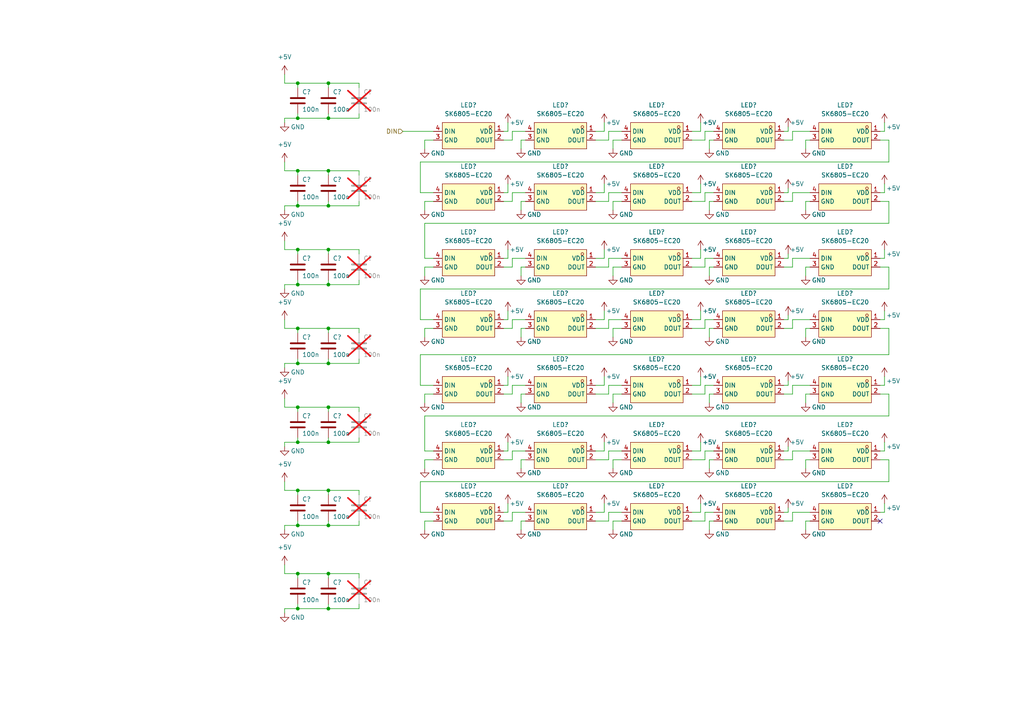
<source format=kicad_sch>
(kicad_sch (version 20230121) (generator eeschema)
  (paper "A4")
  (lib_symbols
    (symbol "Device:C" (pin_numbers hide) (pin_names (offset 0.254))
      (property "Reference" "C" (at 0.635 2.54 0))
      (property "Value" "C" (at 0.635 -2.54 0))
      (symbol "C_0_1"
        (polyline (pts (xy -2.032 -0.762) (xy 2.032 -0.762)) (stroke (width 0.508)))
        (polyline (pts (xy -2.032 0.762) (xy 2.032 0.762)) (stroke (width 0.508)))
      )
      (symbol "C_1_1"
        (pin passive line (at 0 3.81 270) (length 2.794) (name "~") (number "1"))
        (pin passive line (at 0 -3.81 90) (length 2.794) (name "~") (number "2"))
      )
    )
    (symbol "easyeda2kicad:SK6805-EC20"
      (property "Reference" "LED" (at 0 6.35 0))
      (property "Value" "SK6805-EC20" (at 0 -6.35 0))
      (symbol "SK6805-EC20_0_1"
        (rectangle (start -7.62 3.81) (end 7.62 -3.81) (fill (type background)))
        (circle (center -6.35 2.54) (radius 0.38))
        (pin unspecified line (at -10.16 1.27 0) (length 2.54) (name "VDD") (number "1"))
        (pin unspecified line (at -10.16 -1.27 0) (length 2.54) (name "DOUT") (number "2"))
        (pin unspecified line (at 10.16 -1.27 180) (length 2.54) (name "GND") (number "3"))
        (pin unspecified line (at 10.16 1.27 180) (length 2.54) (name "DIN") (number "4"))
      )
    )
    (symbol "power:+5V" (power) (pin_names (offset 0))
      (property "Value" "+5V" (at 0 3.556 0))
      (symbol "+5V_0_1"
        (polyline (pts (xy -0.762 1.27) (xy 0 2.54)))
        (polyline (pts (xy 0 0) (xy 0 2.54)))
        (polyline (pts (xy 0 2.54) (xy 0.762 1.27)))
      )
      (symbol "+5V_1_1"
        (pin power_in line (at 0 0 90) (length 0) hide (name "+5V") (number "1"))
      )
    )
    (symbol "power:GND" (power) (pin_names (offset 0))
      (property "Value" "GND" (at 0 -3.81 0))
      (symbol "GND_0_1"
        (polyline (pts (xy 0 0) (xy 0 -1.27) (xy 1.27 -1.27) (xy 0 -2.54) (xy -1.27 -1.27) (xy 0 -1.27)))
      )
      (symbol "GND_1_1"
        (pin power_in line (at 0 0 270) (length 0) hide (name "GND") (number "1"))
      )
    )
  )
  (junction (at 95.25 72.39))
  (junction (at 86.36 176.53))
  (junction (at 86.36 152.4))
  (junction (at 95.25 49.53))
  (junction (at 86.36 95.25))
  (junction (at 86.36 166.37))
  (junction (at 95.25 118.11))
  (junction (at 86.36 24.13))
  (junction (at 95.25 176.53))
  (junction (at 86.36 59.69))
  (junction (at 86.36 142.24))
  (junction (at 95.25 34.29))
  (junction (at 86.36 105.41))
  (junction (at 86.36 118.11))
  (junction (at 95.25 166.37))
  (junction (at 86.36 34.29))
  (junction (at 86.36 82.55))
  (junction (at 86.36 128.27))
  (junction (at 95.25 152.4))
  (junction (at 95.25 105.41))
  (junction (at 95.25 142.24))
  (junction (at 95.25 59.69))
  (junction (at 95.25 95.25))
  (junction (at 95.25 128.27))
  (junction (at 86.36 49.53))
  (junction (at 95.25 82.55))
  (junction (at 86.36 72.39))
  (junction (at 95.25 24.13))
  (no_connect (at 255.27 151.13))
  (wire (pts (xy 148.59 114.3) (xy 148.59 111.76)))
  (wire (pts (xy 203.2 148.59) (xy 203.2 146.05)))
  (wire (pts (xy 176.53 55.88) (xy 180.34 55.88)))
  (wire (pts (xy 234.95 77.47) (xy 233.68 77.47)))
  (wire (pts (xy 123.19 130.81) (xy 125.73 130.81)))
  (wire (pts (xy 82.55 142.24) (xy 86.36 142.24)))
  (wire (pts (xy 95.25 176.53) (xy 104.14 176.53)))
  (wire (pts (xy 86.36 49.53) (xy 86.36 50.8)))
  (wire (pts (xy 228.6 111.76) (xy 228.6 110.49)))
  (wire (pts (xy 104.14 82.55) (xy 104.14 81.28)))
  (wire (pts (xy 176.53 111.76) (xy 180.34 111.76)))
  (wire (pts (xy 255.27 92.71) (xy 256.54 92.71)))
  (wire (pts (xy 233.68 40.64) (xy 233.68 43.18)))
  (wire (pts (xy 207.01 58.42) (xy 205.74 58.42)))
  (wire (pts (xy 172.72 58.42) (xy 176.53 58.42)))
  (wire (pts (xy 175.26 148.59) (xy 175.26 146.05)))
  (wire (pts (xy 123.19 114.3) (xy 123.19 116.84)))
  (wire (pts (xy 172.72 133.35) (xy 176.53 133.35)))
  (wire (pts (xy 229.87 77.47) (xy 229.87 74.93)))
  (wire (pts (xy 234.95 40.64) (xy 233.68 40.64)))
  (wire (pts (xy 255.27 133.35) (xy 257.81 133.35)))
  (wire (pts (xy 229.87 148.59) (xy 234.95 148.59)))
  (wire (pts (xy 95.25 95.25) (xy 95.25 96.52)))
  (wire (pts (xy 123.19 95.25) (xy 123.19 97.79)))
  (wire (pts (xy 86.36 151.13) (xy 86.36 152.4)))
  (wire (pts (xy 234.95 58.42) (xy 233.68 58.42)))
  (wire (pts (xy 205.74 77.47) (xy 205.74 80.01)))
  (wire (pts (xy 86.36 95.25) (xy 95.25 95.25)))
  (wire (pts (xy 125.73 114.3) (xy 123.19 114.3)))
  (wire (pts (xy 204.47 38.1) (xy 204.47 40.64)))
  (wire (pts (xy 204.47 40.64) (xy 200.66 40.64)))
  (wire (pts (xy 104.14 128.27) (xy 104.14 127)))
  (wire (pts (xy 203.2 55.88) (xy 203.2 53.34)))
  (wire (pts (xy 147.32 90.17) (xy 147.32 92.71)))
  (wire (pts (xy 207.01 114.3) (xy 205.74 114.3)))
  (wire (pts (xy 86.36 81.28) (xy 86.36 82.55)))
  (wire (pts (xy 152.4 133.35) (xy 151.13 133.35)))
  (wire (pts (xy 104.14 72.39) (xy 104.14 73.66)))
  (wire (pts (xy 152.4 40.64) (xy 151.13 40.64)))
  (wire (pts (xy 180.34 133.35) (xy 177.8 133.35)))
  (wire (pts (xy 177.8 133.35) (xy 177.8 135.89)))
  (wire (pts (xy 95.25 166.37) (xy 95.25 167.64)))
  (wire (pts (xy 204.47 55.88) (xy 204.47 58.42)))
  (wire (pts (xy 125.73 111.76) (xy 121.92 111.76)))
  (wire (pts (xy 123.19 58.42) (xy 123.19 60.96)))
  (wire (pts (xy 255.27 58.42) (xy 257.81 58.42)))
  (wire (pts (xy 175.26 130.81) (xy 175.26 128.27)))
  (wire (pts (xy 123.19 40.64) (xy 123.19 43.18)))
  (wire (pts (xy 233.68 77.47) (xy 233.68 80.01)))
  (wire (pts (xy 104.14 118.11) (xy 104.14 119.38)))
  (wire (pts (xy 233.68 151.13) (xy 233.68 153.67)))
  (wire (pts (xy 180.34 95.25) (xy 177.8 95.25)))
  (wire (pts (xy 125.73 133.35) (xy 123.19 133.35)))
  (wire (pts (xy 234.95 114.3) (xy 233.68 114.3)))
  (wire (pts (xy 104.14 176.53) (xy 104.14 175.26)))
  (wire (pts (xy 104.14 152.4) (xy 104.14 151.13)))
  (wire (pts (xy 125.73 58.42) (xy 123.19 58.42)))
  (wire (pts (xy 200.66 92.71) (xy 203.2 92.71)))
  (wire (pts (xy 146.05 55.88) (xy 147.32 55.88)))
  (wire (pts (xy 121.92 83.82) (xy 257.81 83.82)))
  (wire (pts (xy 125.73 77.47) (xy 123.19 77.47)))
  (wire (pts (xy 207.01 111.76) (xy 204.47 111.76)))
  (wire (pts (xy 177.8 151.13) (xy 177.8 153.67)))
  (wire (pts (xy 95.25 128.27) (xy 104.14 128.27)))
  (wire (pts (xy 148.59 74.93) (xy 152.4 74.93)))
  (wire (pts (xy 86.36 152.4) (xy 95.25 152.4)))
  (wire (pts (xy 148.59 92.71) (xy 152.4 92.71)))
  (wire (pts (xy 255.27 114.3) (xy 257.81 114.3)))
  (wire (pts (xy 95.25 166.37) (xy 104.14 166.37)))
  (wire (pts (xy 147.32 35.56) (xy 147.32 38.1)))
  (wire (pts (xy 86.36 95.25) (xy 86.36 96.52)))
  (wire (pts (xy 125.73 151.13) (xy 123.19 151.13)))
  (wire (pts (xy 257.81 95.25) (xy 257.81 102.87)))
  (wire (pts (xy 227.33 111.76) (xy 228.6 111.76)))
  (wire (pts (xy 82.55 129.54) (xy 82.55 128.27)))
  (wire (pts (xy 207.01 133.35) (xy 205.74 133.35)))
  (wire (pts (xy 95.25 24.13) (xy 104.14 24.13)))
  (wire (pts (xy 227.33 95.25) (xy 229.87 95.25)))
  (wire (pts (xy 86.36 166.37) (xy 95.25 166.37)))
  (wire (pts (xy 175.26 38.1) (xy 175.26 35.56)))
  (wire (pts (xy 204.47 133.35) (xy 200.66 133.35)))
  (wire (pts (xy 229.87 55.88) (xy 234.95 55.88)))
  (wire (pts (xy 86.36 24.13) (xy 95.25 24.13)))
  (wire (pts (xy 95.25 152.4) (xy 104.14 152.4)))
  (wire (pts (xy 123.19 77.47) (xy 123.19 80.01)))
  (wire (pts (xy 227.33 151.13) (xy 229.87 151.13)))
  (wire (pts (xy 95.25 104.14) (xy 95.25 105.41)))
  (wire (pts (xy 205.74 58.42) (xy 205.74 60.96)))
  (wire (pts (xy 86.36 72.39) (xy 86.36 73.66)))
  (wire (pts (xy 116.84 38.1) (xy 125.73 38.1)))
  (wire (pts (xy 82.55 176.53) (xy 86.36 176.53)))
  (wire (pts (xy 172.72 40.64) (xy 176.53 40.64)))
  (wire (pts (xy 123.19 64.77) (xy 123.19 74.93)))
  (wire (pts (xy 151.13 77.47) (xy 151.13 80.01)))
  (wire (pts (xy 255.27 40.64) (xy 257.81 40.64)))
  (wire (pts (xy 229.87 114.3) (xy 229.87 111.76)))
  (wire (pts (xy 95.25 151.13) (xy 95.25 152.4)))
  (wire (pts (xy 172.72 55.88) (xy 175.26 55.88)))
  (wire (pts (xy 175.26 92.71) (xy 175.26 90.17)))
  (wire (pts (xy 151.13 151.13) (xy 151.13 153.67)))
  (wire (pts (xy 176.53 74.93) (xy 180.34 74.93)))
  (wire (pts (xy 86.36 104.14) (xy 86.36 105.41)))
  (wire (pts (xy 86.36 105.41) (xy 95.25 105.41)))
  (wire (pts (xy 95.25 82.55) (xy 104.14 82.55)))
  (wire (pts (xy 148.59 111.76) (xy 152.4 111.76)))
  (wire (pts (xy 207.01 77.47) (xy 205.74 77.47)))
  (wire (pts (xy 148.59 58.42) (xy 148.59 55.88)))
  (wire (pts (xy 121.92 55.88) (xy 121.92 46.99)))
  (wire (pts (xy 95.25 142.24) (xy 95.25 143.51)))
  (wire (pts (xy 204.47 77.47) (xy 200.66 77.47)))
  (wire (pts (xy 229.87 130.81) (xy 234.95 130.81)))
  (wire (pts (xy 172.72 114.3) (xy 176.53 114.3)))
  (wire (pts (xy 180.34 77.47) (xy 177.8 77.47)))
  (wire (pts (xy 256.54 53.34) (xy 256.54 55.88)))
  (wire (pts (xy 204.47 114.3) (xy 200.66 114.3)))
  (wire (pts (xy 257.81 139.7) (xy 257.81 133.35)))
  (wire (pts (xy 151.13 40.64) (xy 151.13 43.18)))
  (wire (pts (xy 257.81 64.77) (xy 123.19 64.77)))
  (wire (pts (xy 204.47 58.42) (xy 200.66 58.42)))
  (wire (pts (xy 227.33 38.1) (xy 228.6 38.1)))
  (wire (pts (xy 176.53 92.71) (xy 180.34 92.71)))
  (wire (pts (xy 256.54 128.27) (xy 256.54 130.81)))
  (wire (pts (xy 148.59 40.64) (xy 148.59 38.1)))
  (wire (pts (xy 86.36 24.13) (xy 86.36 25.4)))
  (wire (pts (xy 229.87 151.13) (xy 229.87 148.59)))
  (wire (pts (xy 200.66 130.81) (xy 203.2 130.81)))
  (wire (pts (xy 207.01 148.59) (xy 204.47 148.59)))
  (wire (pts (xy 233.68 95.25) (xy 233.68 97.79)))
  (wire (pts (xy 95.25 33.02) (xy 95.25 34.29)))
  (wire (pts (xy 86.36 118.11) (xy 86.36 119.38)))
  (wire (pts (xy 200.66 55.88) (xy 203.2 55.88)))
  (wire (pts (xy 255.27 95.25) (xy 257.81 95.25)))
  (wire (pts (xy 227.33 114.3) (xy 229.87 114.3)))
  (wire (pts (xy 152.4 58.42) (xy 151.13 58.42)))
  (wire (pts (xy 177.8 58.42) (xy 177.8 60.96)))
  (wire (pts (xy 123.19 151.13) (xy 123.19 153.67)))
  (wire (pts (xy 204.47 74.93) (xy 204.47 77.47)))
  (wire (pts (xy 82.55 139.7) (xy 82.55 142.24)))
  (wire (pts (xy 257.81 120.65) (xy 123.19 120.65)))
  (wire (pts (xy 204.47 92.71) (xy 204.47 95.25)))
  (wire (pts (xy 227.33 40.64) (xy 229.87 40.64)))
  (wire (pts (xy 146.05 58.42) (xy 148.59 58.42)))
  (wire (pts (xy 205.74 114.3) (xy 205.74 116.84)))
  (wire (pts (xy 82.55 92.71) (xy 82.55 95.25)))
  (wire (pts (xy 200.66 148.59) (xy 203.2 148.59)))
  (wire (pts (xy 176.53 114.3) (xy 176.53 111.76)))
  (wire (pts (xy 151.13 133.35) (xy 151.13 135.89)))
  (wire (pts (xy 121.92 139.7) (xy 257.81 139.7)))
  (wire (pts (xy 146.05 130.81) (xy 147.32 130.81)))
  (wire (pts (xy 104.14 49.53) (xy 104.14 50.8)))
  (wire (pts (xy 203.2 130.81) (xy 203.2 128.27)))
  (wire (pts (xy 86.36 142.24) (xy 86.36 143.51)))
  (wire (pts (xy 86.36 175.26) (xy 86.36 176.53)))
  (wire (pts (xy 255.27 38.1) (xy 256.54 38.1)))
  (wire (pts (xy 86.36 59.69) (xy 95.25 59.69)))
  (wire (pts (xy 146.05 38.1) (xy 147.32 38.1)))
  (wire (pts (xy 95.25 72.39) (xy 95.25 73.66)))
  (wire (pts (xy 229.87 40.64) (xy 229.87 38.1)))
  (wire (pts (xy 82.55 128.27) (xy 86.36 128.27)))
  (wire (pts (xy 151.13 95.25) (xy 151.13 97.79)))
  (wire (pts (xy 227.33 74.93) (xy 228.6 74.93)))
  (wire (pts (xy 229.87 74.93) (xy 234.95 74.93)))
  (wire (pts (xy 147.32 53.34) (xy 147.32 55.88)))
  (wire (pts (xy 82.55 153.67) (xy 82.55 152.4)))
  (wire (pts (xy 227.33 58.42) (xy 229.87 58.42)))
  (wire (pts (xy 82.55 115.57) (xy 82.55 118.11)))
  (wire (pts (xy 200.66 111.76) (xy 203.2 111.76)))
  (wire (pts (xy 176.53 148.59) (xy 180.34 148.59)))
  (wire (pts (xy 207.01 151.13) (xy 205.74 151.13)))
  (wire (pts (xy 95.25 34.29) (xy 104.14 34.29)))
  (wire (pts (xy 148.59 38.1) (xy 152.4 38.1)))
  (wire (pts (xy 123.19 133.35) (xy 123.19 135.89)))
  (wire (pts (xy 86.36 72.39) (xy 95.25 72.39)))
  (wire (pts (xy 95.25 58.42) (xy 95.25 59.69)))
  (wire (pts (xy 172.72 95.25) (xy 176.53 95.25)))
  (wire (pts (xy 180.34 151.13) (xy 177.8 151.13)))
  (wire (pts (xy 256.54 109.22) (xy 256.54 111.76)))
  (wire (pts (xy 205.74 95.25) (xy 205.74 97.79)))
  (wire (pts (xy 95.25 49.53) (xy 95.25 50.8)))
  (wire (pts (xy 125.73 148.59) (xy 121.92 148.59)))
  (wire (pts (xy 147.32 128.27) (xy 147.32 130.81)))
  (wire (pts (xy 204.47 95.25) (xy 200.66 95.25)))
  (wire (pts (xy 82.55 95.25) (xy 86.36 95.25)))
  (wire (pts (xy 148.59 95.25) (xy 148.59 92.71)))
  (wire (pts (xy 203.2 111.76) (xy 203.2 109.22)))
  (wire (pts (xy 146.05 151.13) (xy 148.59 151.13)))
  (wire (pts (xy 175.26 74.93) (xy 175.26 72.39)))
  (wire (pts (xy 86.36 128.27) (xy 95.25 128.27)))
  (wire (pts (xy 204.47 148.59) (xy 204.47 151.13)))
  (wire (pts (xy 121.92 102.87) (xy 257.81 102.87)))
  (wire (pts (xy 82.55 60.96) (xy 82.55 59.69)))
  (wire (pts (xy 227.33 148.59) (xy 228.6 148.59)))
  (wire (pts (xy 204.47 111.76) (xy 204.47 114.3)))
  (wire (pts (xy 86.36 58.42) (xy 86.36 59.69)))
  (wire (pts (xy 172.72 92.71) (xy 175.26 92.71)))
  (wire (pts (xy 172.72 74.93) (xy 175.26 74.93)))
  (wire (pts (xy 95.25 72.39) (xy 104.14 72.39)))
  (wire (pts (xy 176.53 40.64) (xy 176.53 38.1)))
  (wire (pts (xy 176.53 77.47) (xy 176.53 74.93)))
  (wire (pts (xy 255.27 77.47) (xy 257.81 77.47)))
  (wire (pts (xy 148.59 148.59) (xy 152.4 148.59)))
  (wire (pts (xy 256.54 72.39) (xy 256.54 74.93)))
  (wire (pts (xy 146.05 77.47) (xy 148.59 77.47)))
  (wire (pts (xy 104.14 142.24) (xy 104.14 143.51)))
  (wire (pts (xy 104.14 34.29) (xy 104.14 33.02)))
  (wire (pts (xy 146.05 95.25) (xy 148.59 95.25)))
  (wire (pts (xy 234.95 95.25) (xy 233.68 95.25)))
  (wire (pts (xy 233.68 133.35) (xy 233.68 135.89)))
  (wire (pts (xy 82.55 21.59) (xy 82.55 24.13)))
  (wire (pts (xy 82.55 24.13) (xy 86.36 24.13)))
  (wire (pts (xy 95.25 118.11) (xy 95.25 119.38)))
  (wire (pts (xy 125.73 40.64) (xy 123.19 40.64)))
  (wire (pts (xy 207.01 40.64) (xy 205.74 40.64)))
  (wire (pts (xy 207.01 55.88) (xy 204.47 55.88)))
  (wire (pts (xy 86.36 34.29) (xy 95.25 34.29)))
  (wire (pts (xy 82.55 35.56) (xy 82.55 34.29)))
  (wire (pts (xy 86.36 176.53) (xy 95.25 176.53)))
  (wire (pts (xy 104.14 105.41) (xy 104.14 104.14)))
  (wire (pts (xy 172.72 38.1) (xy 175.26 38.1)))
  (wire (pts (xy 227.33 55.88) (xy 228.6 55.88)))
  (wire (pts (xy 95.25 81.28) (xy 95.25 82.55)))
  (wire (pts (xy 82.55 105.41) (xy 86.36 105.41)))
  (wire (pts (xy 125.73 92.71) (xy 121.92 92.71)))
  (wire (pts (xy 86.36 142.24) (xy 95.25 142.24)))
  (wire (pts (xy 146.05 40.64) (xy 148.59 40.64)))
  (wire (pts (xy 123.19 74.93) (xy 125.73 74.93)))
  (wire (pts (xy 177.8 40.64) (xy 177.8 43.18)))
  (wire (pts (xy 204.47 130.81) (xy 204.47 133.35)))
  (wire (pts (xy 121.92 111.76) (xy 121.92 102.87)))
  (wire (pts (xy 82.55 34.29) (xy 86.36 34.29)))
  (wire (pts (xy 152.4 77.47) (xy 151.13 77.47)))
  (wire (pts (xy 121.92 46.99) (xy 257.81 46.99)))
  (wire (pts (xy 227.33 133.35) (xy 229.87 133.35)))
  (wire (pts (xy 95.25 142.24) (xy 104.14 142.24)))
  (wire (pts (xy 229.87 95.25) (xy 229.87 92.71)))
  (wire (pts (xy 104.14 24.13) (xy 104.14 25.4)))
  (wire (pts (xy 95.25 127) (xy 95.25 128.27)))
  (wire (pts (xy 82.55 163.83) (xy 82.55 166.37)))
  (wire (pts (xy 255.27 130.81) (xy 256.54 130.81)))
  (wire (pts (xy 82.55 59.69) (xy 86.36 59.69)))
  (wire (pts (xy 86.36 82.55) (xy 95.25 82.55)))
  (wire (pts (xy 148.59 133.35) (xy 148.59 130.81)))
  (wire (pts (xy 82.55 177.8) (xy 82.55 176.53)))
  (wire (pts (xy 203.2 92.71) (xy 203.2 90.17)))
  (wire (pts (xy 175.26 111.76) (xy 175.26 109.22)))
  (wire (pts (xy 255.27 55.88) (xy 256.54 55.88)))
  (wire (pts (xy 203.2 74.93) (xy 203.2 72.39)))
  (wire (pts (xy 175.26 55.88) (xy 175.26 53.34)))
  (wire (pts (xy 95.25 24.13) (xy 95.25 25.4)))
  (wire (pts (xy 207.01 74.93) (xy 204.47 74.93)))
  (wire (pts (xy 172.72 130.81) (xy 175.26 130.81)))
  (wire (pts (xy 86.36 49.53) (xy 95.25 49.53)))
  (wire (pts (xy 205.74 151.13) (xy 205.74 153.67)))
  (wire (pts (xy 234.95 151.13) (xy 233.68 151.13)))
  (wire (pts (xy 152.4 114.3) (xy 151.13 114.3)))
  (wire (pts (xy 176.53 95.25) (xy 176.53 92.71)))
  (wire (pts (xy 257.81 64.77) (xy 257.81 58.42)))
  (wire (pts (xy 82.55 106.68) (xy 82.55 105.41)))
  (wire (pts (xy 228.6 148.59) (xy 228.6 147.32)))
  (wire (pts (xy 176.53 58.42) (xy 176.53 55.88)))
  (wire (pts (xy 229.87 111.76) (xy 234.95 111.76)))
  (wire (pts (xy 176.53 133.35) (xy 176.53 130.81)))
  (wire (pts (xy 176.53 130.81) (xy 180.34 130.81)))
  (wire (pts (xy 228.6 130.81) (xy 228.6 129.54)))
  (wire (pts (xy 95.25 105.41) (xy 104.14 105.41)))
  (wire (pts (xy 125.73 55.88) (xy 121.92 55.88)))
  (wire (pts (xy 172.72 148.59) (xy 175.26 148.59)))
  (wire (pts (xy 207.01 95.25) (xy 205.74 95.25)))
  (wire (pts (xy 152.4 151.13) (xy 151.13 151.13)))
  (wire (pts (xy 229.87 38.1) (xy 234.95 38.1)))
  (wire (pts (xy 200.66 74.93) (xy 203.2 74.93)))
  (wire (pts (xy 256.54 35.56) (xy 256.54 38.1)))
  (wire (pts (xy 203.2 38.1) (xy 203.2 35.56)))
  (wire (pts (xy 95.25 59.69) (xy 104.14 59.69)))
  (wire (pts (xy 86.36 33.02) (xy 86.36 34.29)))
  (wire (pts (xy 121.92 92.71) (xy 121.92 83.82)))
  (wire (pts (xy 104.14 59.69) (xy 104.14 58.42)))
  (wire (pts (xy 176.53 38.1) (xy 180.34 38.1)))
  (wire (pts (xy 207.01 92.71) (xy 204.47 92.71)))
  (wire (pts (xy 104.14 166.37) (xy 104.14 167.64)))
  (wire (pts (xy 82.55 118.11) (xy 86.36 118.11)))
  (wire (pts (xy 148.59 130.81) (xy 152.4 130.81)))
  (wire (pts (xy 146.05 92.71) (xy 147.32 92.71)))
  (wire (pts (xy 148.59 77.47) (xy 148.59 74.93)))
  (wire (pts (xy 207.01 38.1) (xy 204.47 38.1)))
  (wire (pts (xy 233.68 114.3) (xy 233.68 116.84)))
  (wire (pts (xy 256.54 146.05) (xy 256.54 148.59)))
  (wire (pts (xy 82.55 152.4) (xy 86.36 152.4)))
  (wire (pts (xy 146.05 148.59) (xy 147.32 148.59)))
  (wire (pts (xy 82.55 49.53) (xy 86.36 49.53)))
  (wire (pts (xy 257.81 120.65) (xy 257.81 114.3)))
  (wire (pts (xy 82.55 69.85) (xy 82.55 72.39)))
  (wire (pts (xy 227.33 130.81) (xy 228.6 130.81)))
  (wire (pts (xy 255.27 148.59) (xy 256.54 148.59)))
  (wire (pts (xy 95.25 95.25) (xy 104.14 95.25)))
  (wire (pts (xy 177.8 95.25) (xy 177.8 97.79)))
  (wire (pts (xy 82.55 72.39) (xy 86.36 72.39)))
  (wire (pts (xy 86.36 118.11) (xy 95.25 118.11)))
  (wire (pts (xy 180.34 114.3) (xy 177.8 114.3)))
  (wire (pts (xy 228.6 74.93) (xy 228.6 73.66)))
  (wire (pts (xy 180.34 58.42) (xy 177.8 58.42)))
  (wire (pts (xy 82.55 82.55) (xy 86.36 82.55)))
  (wire (pts (xy 172.72 77.47) (xy 176.53 77.47)))
  (wire (pts (xy 86.36 127) (xy 86.36 128.27)))
  (wire (pts (xy 255.27 111.76) (xy 256.54 111.76)))
  (wire (pts (xy 95.25 49.53) (xy 104.14 49.53)))
  (wire (pts (xy 228.6 55.88) (xy 228.6 54.61)))
  (wire (pts (xy 257.81 83.82) (xy 257.81 77.47)))
  (wire (pts (xy 207.01 130.81) (xy 204.47 130.81)))
  (wire (pts (xy 152.4 95.25) (xy 151.13 95.25)))
  (wire (pts (xy 82.55 83.82) (xy 82.55 82.55)))
  (wire (pts (xy 172.72 111.76) (xy 175.26 111.76)))
  (wire (pts (xy 86.36 166.37) (xy 86.36 167.64)))
  (wire (pts (xy 151.13 114.3) (xy 151.13 116.84)))
  (wire (pts (xy 205.74 40.64) (xy 205.74 43.18)))
  (wire (pts (xy 82.55 46.99) (xy 82.55 49.53)))
  (wire (pts (xy 123.19 120.65) (xy 123.19 130.81)))
  (wire (pts (xy 146.05 74.93) (xy 147.32 74.93)))
  (wire (pts (xy 227.33 77.47) (xy 229.87 77.47)))
  (wire (pts (xy 147.32 109.22) (xy 147.32 111.76)))
  (wire (pts (xy 146.05 111.76) (xy 147.32 111.76)))
  (wire (pts (xy 95.25 118.11) (xy 104.14 118.11)))
  (wire (pts (xy 233.68 58.42) (xy 233.68 60.96)))
  (wire (pts (xy 146.05 133.35) (xy 148.59 133.35)))
  (wire (pts (xy 121.92 148.59) (xy 121.92 139.7)))
  (wire (pts (xy 147.32 72.39) (xy 147.32 74.93)))
  (wire (pts (xy 151.13 58.42) (xy 151.13 60.96)))
  (wire (pts (xy 205.74 133.35) (xy 205.74 135.89)))
  (wire (pts (xy 229.87 58.42) (xy 229.87 55.88)))
  (wire (pts (xy 256.54 90.17) (xy 256.54 92.71)))
  (wire (pts (xy 257.81 46.99) (xy 257.81 40.64)))
  (wire (pts (xy 147.32 146.05) (xy 147.32 148.59)))
  (wire (pts (xy 234.95 133.35) (xy 233.68 133.35)))
  (wire (pts (xy 229.87 133.35) (xy 229.87 130.81)))
  (wire (pts (xy 227.33 92.71) (xy 228.6 92.71)))
  (wire (pts (xy 177.8 114.3) (xy 177.8 116.84)))
  (wire (pts (xy 229.87 92.71) (xy 234.95 92.71)))
  (wire (pts (xy 228.6 92.71) (xy 228.6 91.44)))
  (wire (pts (xy 172.72 151.13) (xy 176.53 151.13)))
  (wire (pts (xy 200.66 38.1) (xy 203.2 38.1)))
  (wire (pts (xy 228.6 38.1) (xy 228.6 36.83)))
  (wire (pts (xy 82.55 166.37) (xy 86.36 166.37)))
  (wire (pts (xy 177.8 77.47) (xy 177.8 80.01)))
  (wire (pts (xy 146.05 114.3) (xy 148.59 114.3)))
  (wire (pts (xy 104.14 95.25) (xy 104.14 96.52)))
  (wire (pts (xy 204.47 151.13) (xy 200.66 151.13)))
  (wire (pts (xy 95.25 175.26) (xy 95.25 176.53)))
  (wire (pts (xy 255.27 74.93) (xy 256.54 74.93)))
  (wire (pts (xy 148.59 55.88) (xy 152.4 55.88)))
  (wire (pts (xy 148.59 151.13) (xy 148.59 148.59)))
  (wire (pts (xy 125.73 95.25) (xy 123.19 95.25)))
  (wire (pts (xy 180.34 40.64) (xy 177.8 40.64)))
  (wire (pts (xy 176.53 151.13) (xy 176.53 148.59)))
  (hierarchical_label "DIN" (shape input) (at 116.84 38.1 180))
  (symbol (lib_id "easyeda2kicad:SK6805-EC20") (at 245.11 57.15 0) (mirror y) (unit 1)
    (property "Reference" "LED?" (at 245.11 48.26 0))
    (property "Value" "SK6805-EC20" (at 245.11 50.8 0))
    (property "Footprint" "easyeda2kicad:LED-SMD_4P-L2.0-W2.0-BR" (effects hide))
    (property "LCSC Part" "C2890036" (effects hide))
  )
  (symbol (lib_id "power:+5V") (at 228.6 129.54 0) (unit 1)
    (property "Reference" "#PWR?" (effects hide))
    (property "Value" "+5V" (at 231.14 128.27 0))
  )
  (symbol (lib_id "power:+5V") (at 175.26 53.34 0) (unit 1)
    (property "Reference" "#PWR?" (effects hide))
    (property "Value" "+5V" (at 177.8 53.34 0))
  )
  (symbol (lib_id "power:GND") (at 205.74 97.79 0) (unit 1)
    (property "Reference" "#PWR?" (effects hide))
    (property "Value" "GND" (at 209.55 99.06 0))
  )
  (symbol (lib_id "power:+5V") (at 82.55 163.83 0) (unit 1)
    (property "Reference" "#PWR?" (effects hide))
    (property "Value" "+5V" (at 82.55 158.75 0))
  )
  (symbol (lib_id "Device:C") (at 86.36 77.47 0) (unit 1)
    (property "Reference" "C?" (at 87.63 74.93 0) (effects (justify left)))
    (property "Value" "100n" (at 87.63 80.01 0) (effects (justify left)))
    (property "Footprint" "Capacitor_SMD:C_0402_1005Metric" (effects hide))
  )
  (symbol (lib_id "power:GND") (at 205.74 60.96 0) (unit 1)
    (property "Reference" "#PWR?" (effects hide))
    (property "Value" "GND" (at 209.55 62.23 0))
  )
  (symbol (lib_id "power:+5V") (at 256.54 35.56 0) (unit 1)
    (property "Reference" "#PWR?" (effects hide))
    (property "Value" "+5V" (at 259.08 36.83 0))
  )
  (symbol (lib_id "easyeda2kicad:SK6805-EC20") (at 135.89 76.2 0) (mirror y) (unit 1)
    (property "Reference" "LED?" (at 135.89 67.31 0))
    (property "Value" "SK6805-EC20" (at 135.89 69.85 0))
    (property "Footprint" "easyeda2kicad:LED-SMD_4P-L2.0-W2.0-BR" (effects hide))
    (property "LCSC Part" "C2890036" (effects hide))
  )
  (symbol (lib_id "power:GND") (at 151.13 43.18 0) (unit 1)
    (property "Reference" "#PWR?" (effects hide))
    (property "Value" "GND" (at 154.94 44.45 0))
  )
  (symbol (lib_id "Device:C") (at 86.36 29.21 0) (unit 1)
    (property "Reference" "C?" (at 87.63 26.67 0) (effects (justify left)))
    (property "Value" "100n" (at 87.63 31.75 0) (effects (justify left)))
    (property "Footprint" "Capacitor_SMD:C_0402_1005Metric" (effects hide))
  )
  (symbol (lib_id "power:+5V") (at 82.55 139.7 0) (unit 1)
    (property "Reference" "#PWR?" (effects hide))
    (property "Value" "+5V" (at 82.55 134.62 0))
  )
  (symbol (lib_id "power:GND") (at 233.68 43.18 0) (unit 1)
    (property "Reference" "#PWR?" (effects hide))
    (property "Value" "GND" (at 237.49 44.45 0))
  )
  (symbol (lib_id "power:GND") (at 82.55 60.96 0) (unit 1)
    (property "Reference" "#PWR?" (effects hide))
    (property "Value" "GND" (at 86.36 62.23 0))
  )
  (symbol (lib_id "Device:C") (at 86.36 123.19 0) (unit 1)
    (property "Reference" "C?" (at 87.63 120.65 0) (effects (justify left)))
    (property "Value" "100n" (at 87.63 125.73 0) (effects (justify left)))
    (property "Footprint" "Capacitor_SMD:C_0402_1005Metric" (effects hide))
  )
  (symbol (lib_id "power:GND") (at 233.68 97.79 0) (unit 1)
    (property "Reference" "#PWR?" (effects hide))
    (property "Value" "GND" (at 237.49 99.06 0))
  )
  (symbol (lib_id "power:GND") (at 151.13 153.67 0) (unit 1)
    (property "Reference" "#PWR?" (effects hide))
    (property "Value" "GND" (at 154.94 154.94 0))
  )
  (symbol (lib_id "power:GND") (at 82.55 35.56 0) (unit 1)
    (property "Reference" "#PWR?" (effects hide))
    (property "Value" "GND" (at 86.36 36.83 0))
  )
  (symbol (lib_id "easyeda2kicad:SK6805-EC20") (at 135.89 39.37 0) (mirror y) (unit 1)
    (property "Reference" "LED?" (at 135.89 30.48 0))
    (property "Value" "SK6805-EC20" (at 135.89 33.02 0))
    (property "Footprint" "easyeda2kicad:LED-SMD_4P-L2.0-W2.0-BR" (effects hide))
    (property "LCSC Part" "C2890036" (effects hide))
  )
  (symbol (lib_id "Device:C") (at 95.25 171.45 0) (unit 1)
    (property "Reference" "C?" (at 96.52 168.91 0) (effects (justify left)))
    (property "Value" "100n" (at 96.52 173.99 0) (effects (justify left)))
    (property "Footprint" "Capacitor_SMD:C_0402_1005Metric" (effects hide))
  )
  (symbol (lib_id "easyeda2kicad:SK6805-EC20") (at 190.5 57.15 0) (mirror y) (unit 1)
    (property "Reference" "LED?" (at 190.5 48.26 0))
    (property "Value" "SK6805-EC20" (at 190.5 50.8 0))
    (property "Footprint" "easyeda2kicad:LED-SMD_4P-L2.0-W2.0-BR" (effects hide))
    (property "LCSC Part" "C2890036" (effects hide))
  )
  (symbol (lib_id "easyeda2kicad:SK6805-EC20") (at 217.17 93.98 0) (mirror y) (unit 1)
    (property "Reference" "LED?" (at 217.17 85.09 0))
    (property "Value" "SK6805-EC20" (at 217.17 87.63 0))
    (property "Footprint" "easyeda2kicad:LED-SMD_4P-L2.0-W2.0-BR" (effects hide))
    (property "LCSC Part" "C2890036" (effects hide))
  )
  (symbol (lib_id "power:+5V") (at 82.55 115.57 0) (unit 1)
    (property "Reference" "#PWR?" (effects hide))
    (property "Value" "+5V" (at 82.55 110.49 0))
  )
  (symbol (lib_id "power:GND") (at 233.68 60.96 0) (unit 1)
    (property "Reference" "#PWR?" (effects hide))
    (property "Value" "GND" (at 237.49 62.23 0))
  )
  (symbol (lib_id "easyeda2kicad:SK6805-EC20") (at 245.11 93.98 0) (mirror y) (unit 1)
    (property "Reference" "LED?" (at 245.11 85.09 0))
    (property "Value" "SK6805-EC20" (at 245.11 87.63 0))
    (property "Footprint" "easyeda2kicad:LED-SMD_4P-L2.0-W2.0-BR" (effects hide))
    (property "LCSC Part" "C2890036" (effects hide))
  )
  (symbol (lib_id "power:GND") (at 123.19 97.79 0) (unit 1)
    (property "Reference" "#PWR?" (effects hide))
    (property "Value" "GND" (at 127 99.06 0))
  )
  (symbol (lib_id "power:+5V") (at 82.55 46.99 0) (unit 1)
    (property "Reference" "#PWR?" (effects hide))
    (property "Value" "+5V" (at 82.55 41.91 0))
  )
  (symbol (lib_id "Device:C") (at 104.14 77.47 0) (unit 1) (dnp yes)
    (property "Reference" "C?" (at 105.41 74.93 0) (effects (justify left)))
    (property "Value" "100n" (at 105.41 80.01 0) (effects (justify left)))
    (property "Footprint" "Capacitor_SMD:C_0402_1005Metric" (effects hide))
  )
  (symbol (lib_id "power:GND") (at 177.8 80.01 0) (unit 1)
    (property "Reference" "#PWR?" (effects hide))
    (property "Value" "GND" (at 181.61 81.28 0))
  )
  (symbol (lib_id "power:+5V") (at 175.26 35.56 0) (unit 1)
    (property "Reference" "#PWR?" (effects hide))
    (property "Value" "+5V" (at 177.8 35.56 0))
  )
  (symbol (lib_id "easyeda2kicad:SK6805-EC20") (at 217.17 57.15 0) (mirror y) (unit 1)
    (property "Reference" "LED?" (at 217.17 48.26 0))
    (property "Value" "SK6805-EC20" (at 217.17 50.8 0))
    (property "Footprint" "easyeda2kicad:LED-SMD_4P-L2.0-W2.0-BR" (effects hide))
    (property "LCSC Part" "C2890036" (effects hide))
  )
  (symbol (lib_id "power:GND") (at 82.55 106.68 0) (unit 1)
    (property "Reference" "#PWR?" (effects hide))
    (property "Value" "GND" (at 86.36 107.95 0))
  )
  (symbol (lib_id "Device:C") (at 95.25 54.61 0) (unit 1)
    (property "Reference" "C?" (at 96.52 52.07 0) (effects (justify left)))
    (property "Value" "100n" (at 96.52 57.15 0) (effects (justify left)))
    (property "Footprint" "Capacitor_SMD:C_0402_1005Metric" (effects hide))
  )
  (symbol (lib_id "power:GND") (at 82.55 153.67 0) (unit 1)
    (property "Reference" "#PWR?" (effects hide))
    (property "Value" "GND" (at 86.36 154.94 0))
  )
  (symbol (lib_id "power:GND") (at 151.13 116.84 0) (unit 1)
    (property "Reference" "#PWR?" (effects hide))
    (property "Value" "GND" (at 154.94 118.11 0))
  )
  (symbol (lib_id "power:+5V") (at 147.32 72.39 0) (unit 1)
    (property "Reference" "#PWR?" (effects hide))
    (property "Value" "+5V" (at 149.86 72.39 0))
  )
  (symbol (lib_id "easyeda2kicad:SK6805-EC20") (at 162.56 149.86 0) (mirror y) (unit 1)
    (property "Reference" "LED?" (at 162.56 140.97 0))
    (property "Value" "SK6805-EC20" (at 162.56 143.51 0))
    (property "Footprint" "easyeda2kicad:LED-SMD_4P-L2.0-W2.0-BR" (effects hide))
    (property "LCSC Part" "C2890036" (effects hide))
  )
  (symbol (lib_id "power:+5V") (at 147.32 128.27 0) (unit 1)
    (property "Reference" "#PWR?" (effects hide))
    (property "Value" "+5V" (at 149.86 128.27 0))
  )
  (symbol (lib_id "power:+5V") (at 256.54 72.39 0) (unit 1)
    (property "Reference" "#PWR?" (effects hide))
    (property "Value" "+5V" (at 259.08 73.66 0))
  )
  (symbol (lib_id "power:+5V") (at 203.2 128.27 0) (unit 1)
    (property "Reference" "#PWR?" (effects hide))
    (property "Value" "+5V" (at 205.74 128.27 0))
  )
  (symbol (lib_id "easyeda2kicad:SK6805-EC20") (at 217.17 76.2 0) (mirror y) (unit 1)
    (property "Reference" "LED?" (at 217.17 67.31 0))
    (property "Value" "SK6805-EC20" (at 217.17 69.85 0))
    (property "Footprint" "easyeda2kicad:LED-SMD_4P-L2.0-W2.0-BR" (effects hide))
    (property "LCSC Part" "C2890036" (effects hide))
  )
  (symbol (lib_id "Device:C") (at 95.25 100.33 0) (unit 1)
    (property "Reference" "C?" (at 96.52 97.79 0) (effects (justify left)))
    (property "Value" "100n" (at 96.52 102.87 0) (effects (justify left)))
    (property "Footprint" "Capacitor_SMD:C_0402_1005Metric" (effects hide))
  )
  (symbol (lib_id "power:GND") (at 151.13 60.96 0) (unit 1)
    (property "Reference" "#PWR?" (effects hide))
    (property "Value" "GND" (at 154.94 62.23 0))
  )
  (symbol (lib_id "Device:C") (at 95.25 77.47 0) (unit 1)
    (property "Reference" "C?" (at 96.52 74.93 0) (effects (justify left)))
    (property "Value" "100n" (at 96.52 80.01 0) (effects (justify left)))
    (property "Footprint" "Capacitor_SMD:C_0402_1005Metric" (effects hide))
  )
  (symbol (lib_id "power:GND") (at 177.8 60.96 0) (unit 1)
    (property "Reference" "#PWR?" (effects hide))
    (property "Value" "GND" (at 181.61 62.23 0))
  )
  (symbol (lib_id "power:GND") (at 205.74 116.84 0) (unit 1)
    (property "Reference" "#PWR?" (effects hide))
    (property "Value" "GND" (at 209.55 118.11 0))
  )
  (symbol (lib_id "Device:C") (at 104.14 100.33 0) (unit 1) (dnp yes)
    (property "Reference" "C?" (at 105.41 97.79 0) (effects (justify left)))
    (property "Value" "100n" (at 105.41 102.87 0) (effects (justify left)))
    (property "Footprint" "Capacitor_SMD:C_0402_1005Metric" (effects hide))
  )
  (symbol (lib_id "easyeda2kicad:SK6805-EC20") (at 162.56 76.2 0) (mirror y) (unit 1)
    (property "Reference" "LED?" (at 162.56 67.31 0))
    (property "Value" "SK6805-EC20" (at 162.56 69.85 0))
    (property "Footprint" "easyeda2kicad:LED-SMD_4P-L2.0-W2.0-BR" (effects hide))
    (property "LCSC Part" "C2890036" (effects hide))
  )
  (symbol (lib_id "Device:C") (at 95.25 123.19 0) (unit 1)
    (property "Reference" "C?" (at 96.52 120.65 0) (effects (justify left)))
    (property "Value" "100n" (at 96.52 125.73 0) (effects (justify left)))
    (property "Footprint" "Capacitor_SMD:C_0402_1005Metric" (effects hide))
  )
  (symbol (lib_id "easyeda2kicad:SK6805-EC20") (at 217.17 149.86 0) (mirror y) (unit 1)
    (property "Reference" "LED?" (at 217.17 140.97 0))
    (property "Value" "SK6805-EC20" (at 217.17 143.51 0))
    (property "Footprint" "easyeda2kicad:LED-SMD_4P-L2.0-W2.0-BR" (effects hide))
    (property "LCSC Part" "C2890036" (effects hide))
  )
  (symbol (lib_id "Device:C") (at 104.14 29.21 0) (unit 1) (dnp yes)
    (property "Reference" "C?" (at 105.41 26.67 0) (effects (justify left)))
    (property "Value" "100n" (at 105.41 31.75 0) (effects (justify left)))
    (property "Footprint" "Capacitor_SMD:C_0402_1005Metric" (effects hide))
  )
  (symbol (lib_id "easyeda2kicad:SK6805-EC20") (at 135.89 113.03 0) (mirror y) (unit 1)
    (property "Reference" "LED?" (at 135.89 104.14 0))
    (property "Value" "SK6805-EC20" (at 135.89 106.68 0))
    (property "Footprint" "easyeda2kicad:LED-SMD_4P-L2.0-W2.0-BR" (effects hide))
    (property "LCSC Part" "C2890036" (effects hide))
  )
  (symbol (lib_id "power:+5V") (at 175.26 128.27 0) (unit 1)
    (property "Reference" "#PWR?" (effects hide))
    (property "Value" "+5V" (at 177.8 128.27 0))
  )
  (symbol (lib_id "Device:C") (at 104.14 123.19 0) (unit 1) (dnp yes)
    (property "Reference" "C?" (at 105.41 120.65 0) (effects (justify left)))
    (property "Value" "100n" (at 105.41 125.73 0) (effects (justify left)))
    (property "Footprint" "Capacitor_SMD:C_0402_1005Metric" (effects hide))
  )
  (symbol (lib_id "power:+5V") (at 256.54 128.27 0) (unit 1)
    (property "Reference" "#PWR?" (effects hide))
    (property "Value" "+5V" (at 259.08 129.54 0))
  )
  (symbol (lib_id "easyeda2kicad:SK6805-EC20") (at 162.56 57.15 0) (mirror y) (unit 1)
    (property "Reference" "LED?" (at 162.56 48.26 0))
    (property "Value" "SK6805-EC20" (at 162.56 50.8 0))
    (property "Footprint" "easyeda2kicad:LED-SMD_4P-L2.0-W2.0-BR" (effects hide))
    (property "LCSC Part" "C2890036" (effects hide))
  )
  (symbol (lib_id "power:+5V") (at 147.32 146.05 0) (unit 1)
    (property "Reference" "#PWR?" (effects hide))
    (property "Value" "+5V" (at 149.86 146.05 0))
  )
  (symbol (lib_id "power:GND") (at 177.8 97.79 0) (unit 1)
    (property "Reference" "#PWR?" (effects hide))
    (property "Value" "GND" (at 181.61 99.06 0))
  )
  (symbol (lib_id "power:GND") (at 123.19 116.84 0) (unit 1)
    (property "Reference" "#PWR?" (effects hide))
    (property "Value" "GND" (at 127 118.11 0))
  )
  (symbol (lib_id "power:GND") (at 177.8 43.18 0) (unit 1)
    (property "Reference" "#PWR?" (effects hide))
    (property "Value" "GND" (at 181.61 44.45 0))
  )
  (symbol (lib_id "power:GND") (at 177.8 135.89 0) (unit 1)
    (property "Reference" "#PWR?" (effects hide))
    (property "Value" "GND" (at 181.61 137.16 0))
  )
  (symbol (lib_id "easyeda2kicad:SK6805-EC20") (at 190.5 39.37 0) (mirror y) (unit 1)
    (property "Reference" "LED?" (at 190.5 30.48 0))
    (property "Value" "SK6805-EC20" (at 190.5 33.02 0))
    (property "Footprint" "easyeda2kicad:LED-SMD_4P-L2.0-W2.0-BR" (effects hide))
    (property "LCSC Part" "C2890036" (effects hide))
  )
  (symbol (lib_id "power:+5V") (at 228.6 147.32 0) (unit 1)
    (property "Reference" "#PWR?" (effects hide))
    (property "Value" "+5V" (at 231.14 146.05 0))
  )
  (symbol (lib_id "Device:C") (at 86.36 147.32 0) (unit 1)
    (property "Reference" "C?" (at 87.63 144.78 0) (effects (justify left)))
    (property "Value" "100n" (at 87.63 149.86 0) (effects (justify left)))
    (property "Footprint" "Capacitor_SMD:C_0402_1005Metric" (effects hide))
  )
  (symbol (lib_id "power:+5V") (at 256.54 90.17 0) (unit 1)
    (property "Reference" "#PWR?" (effects hide))
    (property "Value" "+5V" (at 259.08 91.44 0))
  )
  (symbol (lib_id "power:GND") (at 205.74 135.89 0) (unit 1)
    (property "Reference" "#PWR?" (effects hide))
    (property "Value" "GND" (at 209.55 137.16 0))
  )
  (symbol (lib_id "Device:C") (at 104.14 54.61 0) (unit 1) (dnp yes)
    (property "Reference" "C?" (at 105.41 52.07 0) (effects (justify left)))
    (property "Value" "100n" (at 105.41 57.15 0) (effects (justify left)))
    (property "Footprint" "Capacitor_SMD:C_0402_1005Metric" (effects hide))
  )
  (symbol (lib_id "easyeda2kicad:SK6805-EC20") (at 135.89 93.98 0) (mirror y) (unit 1)
    (property "Reference" "LED?" (at 135.89 85.09 0))
    (property "Value" "SK6805-EC20" (at 135.89 87.63 0))
    (property "Footprint" "easyeda2kicad:LED-SMD_4P-L2.0-W2.0-BR" (effects hide))
    (property "LCSC Part" "C2890036" (effects hide))
  )
  (symbol (lib_id "power:+5V") (at 203.2 72.39 0) (unit 1)
    (property "Reference" "#PWR?" (effects hide))
    (property "Value" "+5V" (at 205.74 72.39 0))
  )
  (symbol (lib_id "easyeda2kicad:SK6805-EC20") (at 135.89 57.15 0) (mirror y) (unit 1)
    (property "Reference" "LED?" (at 135.89 48.26 0))
    (property "Value" "SK6805-EC20" (at 135.89 50.8 0))
    (property "Footprint" "easyeda2kicad:LED-SMD_4P-L2.0-W2.0-BR" (effects hide))
    (property "LCSC Part" "C2890036" (effects hide))
  )
  (symbol (lib_id "power:GND") (at 233.68 153.67 0) (unit 1)
    (property "Reference" "#PWR?" (effects hide))
    (property "Value" "GND" (at 237.49 154.94 0))
  )
  (symbol (lib_id "power:GND") (at 233.68 135.89 0) (unit 1)
    (property "Reference" "#PWR?" (effects hide))
    (property "Value" "GND" (at 237.49 137.16 0))
  )
  (symbol (lib_id "power:GND") (at 123.19 80.01 0) (unit 1)
    (property "Reference" "#PWR?" (effects hide))
    (property "Value" "GND" (at 127 81.28 0))
  )
  (symbol (lib_id "power:+5V") (at 175.26 72.39 0) (unit 1)
    (property "Reference" "#PWR?" (effects hide))
    (property "Value" "+5V" (at 177.8 72.39 0))
  )
  (symbol (lib_id "easyeda2kicad:SK6805-EC20") (at 190.5 132.08 0) (mirror y) (unit 1)
    (property "Reference" "LED?" (at 190.5 123.19 0))
    (property "Value" "SK6805-EC20" (at 190.5 125.73 0))
    (property "Footprint" "easyeda2kicad:LED-SMD_4P-L2.0-W2.0-BR" (effects hide))
    (property "LCSC Part" "C2890036" (effects hide))
  )
  (symbol (lib_id "easyeda2kicad:SK6805-EC20") (at 190.5 76.2 0) (mirror y) (unit 1)
    (property "Reference" "LED?" (at 190.5 67.31 0))
    (property "Value" "SK6805-EC20" (at 190.5 69.85 0))
    (property "Footprint" "easyeda2kicad:LED-SMD_4P-L2.0-W2.0-BR" (effects hide))
    (property "LCSC Part" "C2890036" (effects hide))
  )
  (symbol (lib_id "power:GND") (at 123.19 153.67 0) (unit 1)
    (property "Reference" "#PWR?" (effects hide))
    (property "Value" "GND" (at 127 154.94 0))
  )
  (symbol (lib_id "power:+5V") (at 228.6 91.44 0) (unit 1)
    (property "Reference" "#PWR?" (effects hide))
    (property "Value" "+5V" (at 231.14 90.17 0))
  )
  (symbol (lib_id "easyeda2kicad:SK6805-EC20") (at 245.11 149.86 0) (mirror y) (unit 1)
    (property "Reference" "LED?" (at 245.11 140.97 0))
    (property "Value" "SK6805-EC20" (at 245.11 143.51 0))
    (property "Footprint" "easyeda2kicad:LED-SMD_4P-L2.0-W2.0-BR" (effects hide))
    (property "LCSC Part" "C2890036" (effects hide))
  )
  (symbol (lib_id "power:GND") (at 151.13 97.79 0) (unit 1)
    (property "Reference" "#PWR?" (effects hide))
    (property "Value" "GND" (at 154.94 99.06 0))
  )
  (symbol (lib_id "power:+5V") (at 228.6 54.61 0) (unit 1)
    (property "Reference" "#PWR?" (effects hide))
    (property "Value" "+5V" (at 231.14 53.34 0))
  )
  (symbol (lib_id "easyeda2kicad:SK6805-EC20") (at 162.56 132.08 0) (mirror y) (unit 1)
    (property "Reference" "LED?" (at 162.56 123.19 0))
    (property "Value" "SK6805-EC20" (at 162.56 125.73 0))
    (property "Footprint" "easyeda2kicad:LED-SMD_4P-L2.0-W2.0-BR" (effects hide))
    (property "LCSC Part" "C2890036" (effects hide))
  )
  (symbol (lib_id "power:+5V") (at 82.55 69.85 0) (unit 1)
    (property "Reference" "#PWR?" (effects hide))
    (property "Value" "+5V" (at 82.55 64.77 0))
  )
  (symbol (lib_id "easyeda2kicad:SK6805-EC20") (at 162.56 93.98 0) (mirror y) (unit 1)
    (property "Reference" "LED?" (at 162.56 85.09 0))
    (property "Value" "SK6805-EC20" (at 162.56 87.63 0))
    (property "Footprint" "easyeda2kicad:LED-SMD_4P-L2.0-W2.0-BR" (effects hide))
    (property "LCSC Part" "C2890036" (effects hide))
  )
  (symbol (lib_id "power:GND") (at 82.55 177.8 0) (unit 1)
    (property "Reference" "#PWR?" (effects hide))
    (property "Value" "GND" (at 86.36 179.07 0))
  )
  (symbol (lib_id "Device:C") (at 95.25 29.21 0) (unit 1)
    (property "Reference" "C?" (at 96.52 26.67 0) (effects (justify left)))
    (property "Value" "100n" (at 96.52 31.75 0) (effects (justify left)))
    (property "Footprint" "Capacitor_SMD:C_0402_1005Metric" (effects hide))
  )
  (symbol (lib_id "power:GND") (at 233.68 80.01 0) (unit 1)
    (property "Reference" "#PWR?" (effects hide))
    (property "Value" "GND" (at 237.49 81.28 0))
  )
  (symbol (lib_id "easyeda2kicad:SK6805-EC20") (at 190.5 113.03 0) (mirror y) (unit 1)
    (property "Reference" "LED?" (at 190.5 104.14 0))
    (property "Value" "SK6805-EC20" (at 190.5 106.68 0))
    (property "Footprint" "easyeda2kicad:LED-SMD_4P-L2.0-W2.0-BR" (effects hide))
    (property "LCSC Part" "C2890036" (effects hide))
  )
  (symbol (lib_id "power:GND") (at 151.13 135.89 0) (unit 1)
    (property "Reference" "#PWR?" (effects hide))
    (property "Value" "GND" (at 154.94 137.16 0))
  )
  (symbol (lib_id "power:GND") (at 233.68 116.84 0) (unit 1)
    (property "Reference" "#PWR?" (effects hide))
    (property "Value" "GND" (at 237.49 118.11 0))
  )
  (symbol (lib_id "power:+5V") (at 203.2 35.56 0) (unit 1)
    (property "Reference" "#PWR?" (effects hide))
    (property "Value" "+5V" (at 205.74 35.56 0))
  )
  (symbol (lib_id "power:GND") (at 177.8 153.67 0) (unit 1)
    (property "Reference" "#PWR?" (effects hide))
    (property "Value" "GND" (at 181.61 154.94 0))
  )
  (symbol (lib_id "power:+5V") (at 228.6 73.66 0) (unit 1)
    (property "Reference" "#PWR?" (effects hide))
    (property "Value" "+5V" (at 231.14 72.39 0))
  )
  (symbol (lib_id "power:+5V") (at 203.2 90.17 0) (unit 1)
    (property "Reference" "#PWR?" (effects hide))
    (property "Value" "+5V" (at 205.74 90.17 0))
  )
  (symbol (lib_id "power:GND") (at 151.13 80.01 0) (unit 1)
    (property "Reference" "#PWR?" (effects hide))
    (property "Value" "GND" (at 154.94 81.28 0))
  )
  (symbol (lib_id "power:+5V") (at 256.54 53.34 0) (unit 1)
    (property "Reference" "#PWR?" (effects hide))
    (property "Value" "+5V" (at 259.08 54.61 0))
  )
  (symbol (lib_id "power:GND") (at 123.19 135.89 0) (unit 1)
    (property "Reference" "#PWR?" (effects hide))
    (property "Value" "GND" (at 127 137.16 0))
  )
  (symbol (lib_id "power:+5V") (at 82.55 21.59 0) (unit 1)
    (property "Reference" "#PWR?" (effects hide))
    (property "Value" "+5V" (at 82.55 16.51 0))
  )
  (symbol (lib_id "easyeda2kicad:SK6805-EC20") (at 162.56 113.03 0) (mirror y) (unit 1)
    (property "Reference" "LED?" (at 162.56 104.14 0))
    (property "Value" "SK6805-EC20" (at 162.56 106.68 0))
    (property "Footprint" "easyeda2kicad:LED-SMD_4P-L2.0-W2.0-BR" (effects hide))
    (property "LCSC Part" "C2890036" (effects hide))
  )
  (symbol (lib_id "easyeda2kicad:SK6805-EC20") (at 135.89 149.86 0) (mirror y) (unit 1)
    (property "Reference" "LED?" (at 135.89 140.97 0))
    (property "Value" "SK6805-EC20" (at 135.89 143.51 0))
    (property "Footprint" "easyeda2kicad:LED-SMD_4P-L2.0-W2.0-BR" (effects hide))
    (property "LCSC Part" "C2890036" (effects hide))
  )
  (symbol (lib_id "power:GND") (at 205.74 80.01 0) (unit 1)
    (property "Reference" "#PWR?" (effects hide))
    (property "Value" "GND" (at 209.55 81.28 0))
  )
  (symbol (lib_id "easyeda2kicad:SK6805-EC20") (at 190.5 93.98 0) (mirror y) (unit 1)
    (property "Reference" "LED?" (at 190.5 85.09 0))
    (property "Value" "SK6805-EC20" (at 190.5 87.63 0))
    (property "Footprint" "easyeda2kicad:LED-SMD_4P-L2.0-W2.0-BR" (effects hide))
    (property "LCSC Part" "C2890036" (effects hide))
  )
  (symbol (lib_id "power:+5V") (at 203.2 53.34 0) (unit 1)
    (property "Reference" "#PWR?" (effects hide))
    (property "Value" "+5V" (at 205.74 53.34 0))
  )
  (symbol (lib_id "power:+5V") (at 147.32 109.22 0) (unit 1)
    (property "Reference" "#PWR?" (effects hide))
    (property "Value" "+5V" (at 149.86 109.22 0))
  )
  (symbol (lib_id "easyeda2kicad:SK6805-EC20") (at 162.56 39.37 0) (mirror y) (unit 1)
    (property "Reference" "LED?" (at 162.56 30.48 0))
    (property "Value" "SK6805-EC20" (at 162.56 33.02 0))
    (property "Footprint" "easyeda2kicad:LED-SMD_4P-L2.0-W2.0-BR" (effects hide))
    (property "LCSC Part" "C2890036" (effects hide))
  )
  (symbol (lib_id "easyeda2kicad:SK6805-EC20") (at 245.11 113.03 0) (mirror y) (unit 1)
    (property "Reference" "LED?" (at 245.11 104.14 0))
    (property "Value" "SK6805-EC20" (at 245.11 106.68 0))
    (property "Footprint" "easyeda2kicad:LED-SMD_4P-L2.0-W2.0-BR" (effects hide))
    (property "LCSC Part" "C2890036" (effects hide))
  )
  (symbol (lib_id "power:GND") (at 82.55 83.82 0) (unit 1)
    (property "Reference" "#PWR?" (effects hide))
    (property "Value" "GND" (at 86.36 85.09 0))
  )
  (symbol (lib_id "power:+5V") (at 147.32 53.34 0) (unit 1)
    (property "Reference" "#PWR?" (effects hide))
    (property "Value" "+5V" (at 149.86 53.34 0))
  )
  (symbol (lib_id "easyeda2kicad:SK6805-EC20") (at 190.5 149.86 0) (mirror y) (unit 1)
    (property "Reference" "LED?" (at 190.5 140.97 0))
    (property "Value" "SK6805-EC20" (at 190.5 143.51 0))
    (property "Footprint" "easyeda2kicad:LED-SMD_4P-L2.0-W2.0-BR" (effects hide))
    (property "LCSC Part" "C2890036" (effects hide))
  )
  (symbol (lib_id "power:+5V") (at 147.32 90.17 0) (unit 1)
    (property "Reference" "#PWR?" (effects hide))
    (property "Value" "+5V" (at 149.86 90.17 0))
  )
  (symbol (lib_id "easyeda2kicad:SK6805-EC20") (at 217.17 113.03 0) (mirror y) (unit 1)
    (property "Reference" "LED?" (at 217.17 104.14 0))
    (property "Value" "SK6805-EC20" (at 217.17 106.68 0))
    (property "Footprint" "easyeda2kicad:LED-SMD_4P-L2.0-W2.0-BR" (effects hide))
    (property "LCSC Part" "C2890036" (effects hide))
  )
  (symbol (lib_id "Device:C") (at 86.36 54.61 0) (unit 1)
    (property "Reference" "C?" (at 87.63 52.07 0) (effects (justify left)))
    (property "Value" "100n" (at 87.63 57.15 0) (effects (justify left)))
    (property "Footprint" "Capacitor_SMD:C_0402_1005Metric" (effects hide))
  )
  (symbol (lib_id "Device:C") (at 95.25 147.32 0) (unit 1)
    (property "Reference" "C?" (at 96.52 144.78 0) (effects (justify left)))
    (property "Value" "100n" (at 96.52 149.86 0) (effects (justify left)))
    (property "Footprint" "Capacitor_SMD:C_0402_1005Metric" (effects hide))
  )
  (symbol (lib_id "power:GND") (at 205.74 43.18 0) (unit 1)
    (property "Reference" "#PWR?" (effects hide))
    (property "Value" "GND" (at 209.55 44.45 0))
  )
  (symbol (lib_id "easyeda2kicad:SK6805-EC20") (at 245.11 76.2 0) (mirror y) (unit 1)
    (property "Reference" "LED?" (at 245.11 67.31 0))
    (property "Value" "SK6805-EC20" (at 245.11 69.85 0))
    (property "Footprint" "easyeda2kicad:LED-SMD_4P-L2.0-W2.0-BR" (effects hide))
    (property "LCSC Part" "C2890036" (effects hide))
  )
  (symbol (lib_id "power:+5V") (at 256.54 109.22 0) (unit 1)
    (property "Reference" "#PWR?" (effects hide))
    (property "Value" "+5V" (at 259.08 110.49 0))
  )
  (symbol (lib_id "power:+5V") (at 228.6 36.83 0) (unit 1)
    (property "Reference" "#PWR?" (effects hide))
    (property "Value" "+5V" (at 231.14 35.56 0))
  )
  (symbol (lib_id "Device:C") (at 104.14 171.45 0) (unit 1) (dnp yes)
    (property "Reference" "C?" (at 105.41 168.91 0) (effects (justify left)))
    (property "Value" "100n" (at 105.41 173.99 0) (effects (justify left)))
    (property "Footprint" "Capacitor_SMD:C_0402_1005Metric" (effects hide))
  )
  (symbol (lib_id "easyeda2kicad:SK6805-EC20") (at 135.89 132.08 0) (mirror y) (unit 1)
    (property "Reference" "LED?" (at 135.89 123.19 0))
    (property "Value" "SK6805-EC20" (at 135.89 125.73 0))
    (property "Footprint" "easyeda2kicad:LED-SMD_4P-L2.0-W2.0-BR" (effects hide))
    (property "LCSC Part" "C2890036" (effects hide))
  )
  (symbol (lib_id "easyeda2kicad:SK6805-EC20") (at 245.11 39.37 0) (mirror y) (unit 1)
    (property "Reference" "LED?" (at 245.11 30.48 0))
    (property "Value" "SK6805-EC20" (at 245.11 33.02 0))
    (property "Footprint" "easyeda2kicad:LED-SMD_4P-L2.0-W2.0-BR" (effects hide))
    (property "LCSC Part" "C2890036" (effects hide))
  )
  (symbol (lib_id "power:+5V") (at 203.2 146.05 0) (unit 1)
    (property "Reference" "#PWR?" (effects hide))
    (property "Value" "+5V" (at 205.74 146.05 0))
  )
  (symbol (lib_id "power:GND") (at 123.19 43.18 0) (unit 1)
    (property "Reference" "#PWR?" (effects hide))
    (property "Value" "GND" (at 127 44.45 0))
  )
  (symbol (lib_id "power:+5V") (at 147.32 35.56 0) (unit 1)
    (property "Reference" "#PWR?" (effects hide))
    (property "Value" "+5V" (at 149.86 35.56 0))
  )
  (symbol (lib_id "power:GND") (at 82.55 129.54 0) (unit 1)
    (property "Reference" "#PWR?" (effects hide))
    (property "Value" "GND" (at 86.36 130.81 0))
  )
  (symbol (lib_id "easyeda2kicad:SK6805-EC20") (at 217.17 39.37 0) (mirror y) (unit 1)
    (property "Reference" "LED?" (at 217.17 30.48 0))
    (property "Value" "SK6805-EC20" (at 217.17 33.02 0))
    (property "Footprint" "easyeda2kicad:LED-SMD_4P-L2.0-W2.0-BR" (effects hide))
    (property "LCSC Part" "C2890036" (effects hide))
  )
  (symbol (lib_id "power:+5V") (at 228.6 110.49 0) (unit 1)
    (property "Reference" "#PWR?" (effects hide))
    (property "Value" "+5V" (at 231.14 109.22 0))
  )
  (symbol (lib_id "power:+5V") (at 175.26 146.05 0) (unit 1)
    (property "Reference" "#PWR?" (effects hide))
    (property "Value" "+5V" (at 177.8 146.05 0))
  )
  (symbol (lib_id "easyeda2kicad:SK6805-EC20") (at 217.17 132.08 0) (mirror y) (unit 1)
    (property "Reference" "LED?" (at 217.17 123.19 0))
    (property "Value" "SK6805-EC20" (at 217.17 125.73 0))
    (property "Footprint" "easyeda2kicad:LED-SMD_4P-L2.0-W2.0-BR" (effects hide))
    (property "LCSC Part" "C2890036" (effects hide))
  )
  (symbol (lib_id "power:GND") (at 123.19 60.96 0) (unit 1)
    (property "Reference" "#PWR?" (effects hide))
    (property "Value" "GND" (at 127 62.23 0))
  )
  (symbol (lib_id "Device:C") (at 104.14 147.32 0) (unit 1) (dnp yes)
    (property "Reference" "C?" (at 105.41 144.78 0) (effects (justify left)))
    (property "Value" "100n" (at 105.41 149.86 0) (effects (justify left)))
    (property "Footprint" "Capacitor_SMD:C_0402_1005Metric" (effects hide))
  )
  (symbol (lib_id "power:+5V") (at 175.26 109.22 0) (unit 1)
    (property "Reference" "#PWR?" (effects hide))
    (property "Value" "+5V" (at 177.8 109.22 0))
  )
  (symbol (lib_id "power:+5V") (at 175.26 90.17 0) (unit 1)
    (property "Reference" "#PWR?" (effects hide))
    (property "Value" "+5V" (at 177.8 90.17 0))
  )
  (symbol (lib_id "power:+5V") (at 82.55 92.71 0) (unit 1)
    (property "Reference" "#PWR?" (effects hide))
    (property "Value" "+5V" (at 82.55 87.63 0))
  )
  (symbol (lib_id "power:+5V") (at 203.2 109.22 0) (unit 1)
    (property "Reference" "#PWR?" (effects hide))
    (property "Value" "+5V" (at 205.74 109.22 0))
  )
  (symbol (lib_id "Device:C") (at 86.36 100.33 0) (unit 1)
    (property "Reference" "C?" (at 87.63 97.79 0) (effects (justify left)))
    (property "Value" "100n" (at 87.63 102.87 0) (effects (justify left)))
    (property "Footprint" "Capacitor_SMD:C_0402_1005Metric" (effects hide))
  )
  (symbol (lib_id "power:GND") (at 205.74 153.67 0) (unit 1)
    (property "Reference" "#PWR?" (effects hide))
    (property "Value" "GND" (at 209.55 154.94 0))
  )
  (symbol (lib_id "power:+5V") (at 256.54 146.05 0) (unit 1)
    (property "Reference" "#PWR?" (effects hide))
    (property "Value" "+5V" (at 259.08 147.32 0))
  )
  (symbol (lib_id "Device:C") (at 86.36 171.45 0) (unit 1)
    (property "Reference" "C?" (at 87.63 168.91 0) (effects (justify left)))
    (property "Value" "100n" (at 87.63 173.99 0) (effects (justify left)))
    (property "Footprint" "Capacitor_SMD:C_0402_1005Metric" (effects hide))
  )
  (symbol (lib_id "power:GND") (at 177.8 116.84 0) (unit 1)
    (property "Reference" "#PWR?" (effects hide))
    (property "Value" "GND" (at 181.61 118.11 0))
  )
  (symbol (lib_id "easyeda2kicad:SK6805-EC20") (at 245.11 132.08 0) (mirror y) (unit 1)
    (property "Reference" "LED?" (at 245.11 123.19 0))
    (property "Value" "SK6805-EC20" (at 245.11 125.73 0))
    (property "Footprint" "easyeda2kicad:LED-SMD_4P-L2.0-W2.0-BR" (effects hide))
    (property "LCSC Part" "C2890036" (effects hide))
  )
)
</source>
